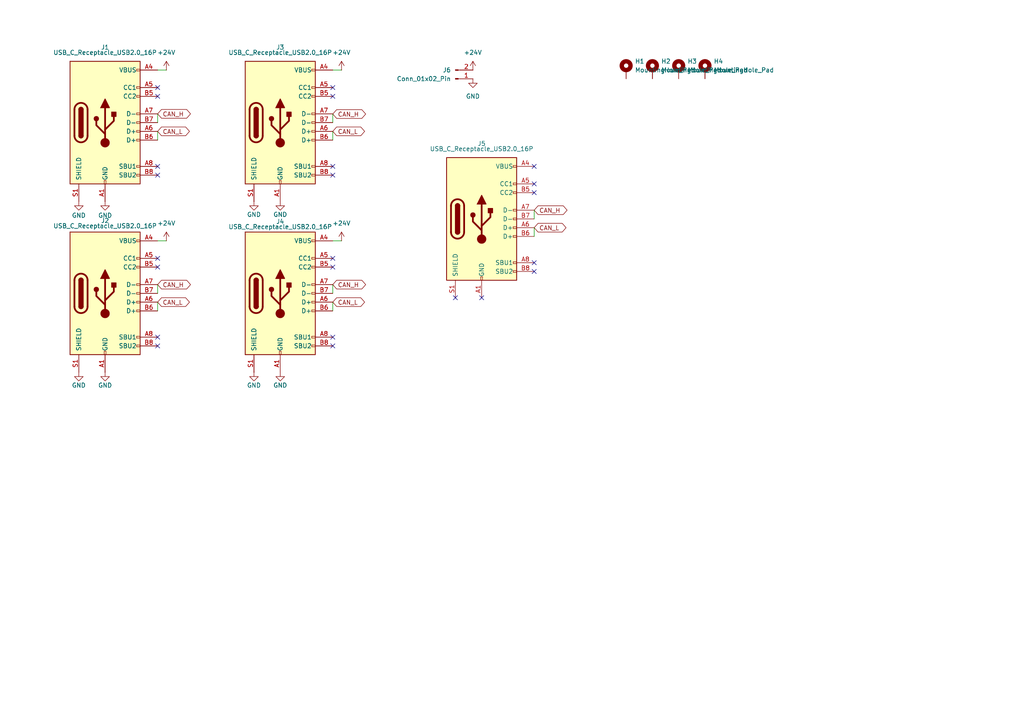
<source format=kicad_sch>
(kicad_sch (version 20250114) (generator "eeschema") (generator_version "9.0")
  (paper "A4")
  (lib_symbols
    (symbol "Connector:Conn_01x02_Pin" (pin_names (offset 1.016) (hide yes))
      (property "Reference" "J" (at 0 2.54 0))
      (property "Value" "Conn_01x02_Pin" (at 0 -5.08 0))
      (symbol "Conn_01x02_Pin_1_1"
        (rectangle (start 0.8636 0.127) (end 0 -0.127) (stroke (width 0.1524)) (fill (type outline)))
        (rectangle (start 0.8636 -2.413) (end 0 -2.667) (stroke (width 0.1524)) (fill (type outline)))
        (polyline (pts (xy 1.27 0) (xy 0.8636 0)) (stroke (width 0.1524)))
        (polyline (pts (xy 1.27 -2.54) (xy 0.8636 -2.54)) (stroke (width 0.1524)))
        (pin passive line (at 5.08 0 180) (length 3.81) (name "Pin_1") (number "1"))
        (pin passive line (at 5.08 -2.54 180) (length 3.81) (name "Pin_2") (number "2"))
      )
    )
    (symbol "Connector:USB_C_Receptacle_USB2.0_16P" (pin_names (offset 1.016))
      (property "Reference" "J" (at 0 22.225 0))
      (property "Value" "USB_C_Receptacle_USB2.0_16P" (at 0 19.685 0))
      (symbol "USB_C_Receptacle_USB2.0_16P_0_0"
        (rectangle (start -0.254 -17.78) (end 0.254 -16.764))
        (rectangle (start 10.16 15.494) (end 9.144 14.986))
        (rectangle (start 10.16 10.414) (end 9.144 9.906))
        (rectangle (start 10.16 7.874) (end 9.144 7.366))
        (rectangle (start 10.16 2.794) (end 9.144 2.286))
        (rectangle (start 10.16 0.254) (end 9.144 -0.254))
        (rectangle (start 10.16 -2.286) (end 9.144 -2.794))
        (rectangle (start 10.16 -4.826) (end 9.144 -5.334))
        (rectangle (start 10.16 -12.446) (end 9.144 -12.954))
        (rectangle (start 10.16 -14.986) (end 9.144 -15.494))
      )
      (symbol "USB_C_Receptacle_USB2.0_16P_0_1"
        (rectangle (start -10.16 17.78) (end 10.16 -17.78) (stroke (width 0.254)) (fill (type background)))
        (polyline (pts (xy -8.89 -3.81) (xy -8.89 3.81)) (stroke (width 0.508)))
        (rectangle (start -7.62 -3.81) (end -6.35 3.81) (stroke (width 0.254)) (fill (type outline)))
        (arc (start -7.62 3.81) (mid -6.985 4.4423) (end -6.35 3.81) (stroke (width 0.254)))
        (arc (start -7.62 3.81) (mid -6.985 4.4423) (end -6.35 3.81) (stroke (width 0.254)) (fill (type outline)))
        (arc (start -8.89 3.81) (mid -6.985 5.7067) (end -5.08 3.81) (stroke (width 0.508)))
        (arc (start -5.08 -3.81) (mid -6.985 -5.7067) (end -8.89 -3.81) (stroke (width 0.508)))
        (arc (start -6.35 -3.81) (mid -6.985 -4.4423) (end -7.62 -3.81) (stroke (width 0.254)))
        (arc (start -6.35 -3.81) (mid -6.985 -4.4423) (end -7.62 -3.81) (stroke (width 0.254)) (fill (type outline)))
        (polyline (pts (xy -5.08 3.81) (xy -5.08 -3.81)) (stroke (width 0.508)))
        (circle (center -2.54 1.143) (radius 0.635) (stroke (width 0.254)) (fill (type outline)))
        (polyline (pts (xy -1.27 4.318) (xy 0 6.858) (xy 1.27 4.318) (xy -1.27 4.318)) (stroke (width 0.254)) (fill (type outline)))
        (polyline (pts (xy 0 -2.032) (xy 2.54 0.508) (xy 2.54 1.778)) (stroke (width 0.508)))
        (polyline (pts (xy 0 -3.302) (xy -2.54 -0.762) (xy -2.54 0.508)) (stroke (width 0.508)))
        (polyline (pts (xy 0 -5.842) (xy 0 4.318)) (stroke (width 0.508)))
        (circle (center 0 -5.842) (radius 1.27) (fill (type outline)))
        (rectangle (start 1.905 1.778) (end 3.175 3.048) (stroke (width 0.254)) (fill (type outline)))
      )
      (symbol "USB_C_Receptacle_USB2.0_16P_1_1"
        (pin passive line (at -7.62 -22.86 90) (length 5.08) (name "SHIELD") (number "S1"))
        (pin passive line (at 0 -22.86 90) (length 5.08) (name "GND") (number "A1"))
        (pin passive line (at 0 -22.86 90) (length 5.08) (hide yes) (name "GND") (number "A12"))
        (pin passive line (at 0 -22.86 90) (length 5.08) (hide yes) (name "GND") (number "B1"))
        (pin passive line (at 0 -22.86 90) (length 5.08) (hide yes) (name "GND") (number "B12"))
        (pin passive line (at 15.24 15.24 180) (length 5.08) (name "VBUS") (number "A4"))
        (pin passive line (at 15.24 15.24 180) (length 5.08) (hide yes) (name "VBUS") (number "A9"))
        (pin passive line (at 15.24 15.24 180) (length 5.08) (hide yes) (name "VBUS") (number "B4"))
        (pin passive line (at 15.24 15.24 180) (length 5.08) (hide yes) (name "VBUS") (number "B9"))
        (pin bidirectional line (at 15.24 10.16 180) (length 5.08) (name "CC1") (number "A5"))
        (pin bidirectional line (at 15.24 7.62 180) (length 5.08) (name "CC2") (number "B5"))
        (pin bidirectional line (at 15.24 2.54 180) (length 5.08) (name "D-") (number "A7"))
        (pin bidirectional line (at 15.24 0 180) (length 5.08) (name "D-") (number "B7"))
        (pin bidirectional line (at 15.24 -2.54 180) (length 5.08) (name "D+") (number "A6"))
        (pin bidirectional line (at 15.24 -5.08 180) (length 5.08) (name "D+") (number "B6"))
        (pin bidirectional line (at 15.24 -12.7 180) (length 5.08) (name "SBU1") (number "A8"))
        (pin bidirectional line (at 15.24 -15.24 180) (length 5.08) (name "SBU2") (number "B8"))
      )
    )
    (symbol "Mechanical:MountingHole_Pad" (pin_numbers (hide yes)) (pin_names (offset 1.016) (hide yes)) (exclude_from_sim yes) (in_bom no)
      (property "Reference" "H" (at 0 6.35 0))
      (property "Value" "MountingHole_Pad" (at 0 4.445 0))
      (symbol "MountingHole_Pad_0_1"
        (circle (center 0 1.27) (radius 1.27) (stroke (width 1.27)))
      )
      (symbol "MountingHole_Pad_1_1"
        (pin input line (at 0 -2.54 90) (length 2.54) (name "1") (number "1"))
      )
    )
    (symbol "power:+24V" (power) (pin_numbers (hide yes)) (pin_names (offset 0) (hide yes))
      (property "Value" "+24V" (at 0 3.556 0))
      (symbol "+24V_0_1"
        (polyline (pts (xy -0.762 1.27) (xy 0 2.54)))
        (polyline (pts (xy 0 2.54) (xy 0.762 1.27)))
        (polyline (pts (xy 0 0) (xy 0 2.54)))
      )
      (symbol "+24V_1_1"
        (pin power_in line (at 0 0 90) (length 0) (name "~") (number "1"))
      )
    )
    (symbol "power:GND" (power) (pin_numbers (hide yes)) (pin_names (offset 0) (hide yes))
      (property "Value" "GND" (at 0 -3.81 0))
      (symbol "GND_0_1"
        (polyline (pts (xy 0 0) (xy 0 -1.27) (xy 1.27 -1.27) (xy 0 -2.54) (xy -1.27 -1.27) (xy 0 -1.27)))
      )
      (symbol "GND_1_1"
        (pin power_in line (at 0 0 270) (length 0) (name "~") (number "1"))
      )
    )
  )
  (no_connect (at 45.72 50.8))
  (no_connect (at 154.94 78.74))
  (no_connect (at 45.72 77.47))
  (no_connect (at 154.94 53.34))
  (no_connect (at 96.52 100.33))
  (no_connect (at 96.52 74.93))
  (no_connect (at 96.52 25.4))
  (no_connect (at 96.52 97.79))
  (no_connect (at 45.72 48.26))
  (no_connect (at 132.08 86.36))
  (no_connect (at 45.72 97.79))
  (no_connect (at 154.94 48.26))
  (no_connect (at 45.72 74.93))
  (no_connect (at 96.52 77.47))
  (no_connect (at 45.72 25.4))
  (no_connect (at 154.94 55.88))
  (no_connect (at 45.72 27.94))
  (no_connect (at 45.72 100.33))
  (no_connect (at 96.52 48.26))
  (no_connect (at 96.52 50.8))
  (no_connect (at 139.7 86.36))
  (no_connect (at 154.94 76.2))
  (no_connect (at 96.52 27.94))
  (wire (pts (xy 45.72 87.63) (xy 45.72 90.17)))
  (wire (pts (xy 48.26 20.32) (xy 45.72 20.32)))
  (wire (pts (xy 154.94 60.96) (xy 154.94 63.5)))
  (wire (pts (xy 96.52 38.1) (xy 96.52 40.64)))
  (wire (pts (xy 48.26 69.85) (xy 45.72 69.85)))
  (wire (pts (xy 45.72 33.02) (xy 45.72 35.56)))
  (wire (pts (xy 96.52 87.63) (xy 96.52 90.17)))
  (wire (pts (xy 96.52 33.02) (xy 96.52 35.56)))
  (wire (pts (xy 99.06 69.85) (xy 96.52 69.85)))
  (wire (pts (xy 45.72 38.1) (xy 45.72 40.64)))
  (wire (pts (xy 96.52 82.55) (xy 96.52 85.09)))
  (wire (pts (xy 154.94 66.04) (xy 154.94 68.58)))
  (wire (pts (xy 45.72 82.55) (xy 45.72 85.09)))
  (wire (pts (xy 99.06 20.32) (xy 96.52 20.32)))
  (global_label "CAN_L" (shape bidirectional) (at 154.94 66.04 0) (property "Intersheetrefs" "${INTERSHEET_REFS}" (effects (hide yes))))
  (global_label "CAN_H" (shape bidirectional) (at 96.52 33.0762 0) (property "Intersheetrefs" "${INTERSHEET_REFS}" (effects (hide yes))))
  (global_label "CAN_H" (shape bidirectional) (at 154.94 60.96 0) (property "Intersheetrefs" "${INTERSHEET_REFS}" (effects (hide yes))))
  (global_label "CAN_L" (shape bidirectional) (at 96.52 38.1 0) (property "Intersheetrefs" "${INTERSHEET_REFS}" (effects (hide yes))))
  (global_label "CAN_L" (shape bidirectional) (at 45.72 87.63 0) (property "Intersheetrefs" "${INTERSHEET_REFS}" (effects (hide yes))))
  (global_label "CAN_L" (shape bidirectional) (at 96.52 87.63 0) (property "Intersheetrefs" "${INTERSHEET_REFS}" (effects (hide yes))))
  (global_label "CAN_H" (shape bidirectional) (at 45.72 82.55 0) (property "Intersheetrefs" "${INTERSHEET_REFS}" (effects (hide yes))))
  (global_label "CAN_H" (shape bidirectional) (at 96.52 82.55 0) (property "Intersheetrefs" "${INTERSHEET_REFS}" (effects (hide yes))))
  (global_label "CAN_H" (shape bidirectional) (at 45.72 33.02 0) (property "Intersheetrefs" "${INTERSHEET_REFS}" (effects (hide yes))))
  (global_label "CAN_L" (shape bidirectional) (at 45.72 38.1 0) (property "Intersheetrefs" "${INTERSHEET_REFS}" (effects (hide yes))))
  (symbol (lib_id "Connector:USB_C_Receptacle_USB2.0_16P") (at 139.7 63.5 0) (unit 1)
    (property "Reference" "J5" (at 139.7 41.656 0))
    (property "Value" "USB_C_Receptacle_USB2.0_16P" (at 139.7 43.18 0))
    (property "Footprint" "my_parts:GCT_USB4085-GF-A_REVB" (effects (hide yes)))
    (property "Datasheet" "https://www.usb.org/sites/default/files/documents/usb_type-c.zip" (effects (hide yes)))
    (property "Description" "USB 2.0-only 16P Type-C Receptacle connector" (effects (hide yes)))
  )
  (symbol (lib_id "Connector:USB_C_Receptacle_USB2.0_16P") (at 81.28 35.56 0) (unit 1)
    (property "Reference" "J3" (at 81.28 13.716 0))
    (property "Value" "USB_C_Receptacle_USB2.0_16P" (at 81.28 15.24 0))
    (property "Footprint" "my_parts:GCT_USB4085-GF-A_REVB" (effects (hide yes)))
    (property "Datasheet" "https://www.usb.org/sites/default/files/documents/usb_type-c.zip" (effects (hide yes)))
    (property "Description" "USB 2.0-only 16P Type-C Receptacle connector" (effects (hide yes)))
  )
  (symbol (lib_id "power:+24V") (at 48.26 69.85 0) (unit 1)
    (property "Reference" "#PWR014" (effects (hide yes)))
    (property "Value" "+24V" (at 48.26 64.77 0))
    (property "Description" "Power symbol creates a global label with name \"+24V\"" (effects (hide yes)))
  )
  (symbol (lib_id "Mechanical:MountingHole_Pad") (at 196.85 20.32 0) (unit 1) (exclude_from_sim yes) (in_bom no)
    (property "Reference" "H3" (at 199.39 17.7799 0) (effects (justify left)))
    (property "Value" "MountingHole_Pad" (at 199.39 20.3199 0) (effects (justify left)))
    (property "Footprint" "MountingHole:MountingHole_3.2mm_M3_Pad_Via" (effects (hide yes)))
    (property "Description" "Mounting Hole with connection" (effects (hide yes)))
  )
  (symbol (lib_id "power:+24V") (at 99.06 69.85 0) (unit 1)
    (property "Reference" "#PWR013" (effects (hide yes)))
    (property "Value" "+24V" (at 99.06 64.77 0))
    (property "Description" "Power symbol creates a global label with name \"+24V\"" (effects (hide yes)))
  )
  (symbol (lib_id "power:GND") (at 137.16 22.86 0) (unit 1)
    (property "Reference" "#PWR010" (effects (hide yes)))
    (property "Value" "GND" (at 137.16 27.94 0))
    (property "Description" "Power symbol creates a global label with name \"GND\" , ground" (effects (hide yes)))
  )
  (symbol (lib_id "power:GND") (at 81.28 107.95 0) (unit 1)
    (property "Reference" "#PWR06" (effects (hide yes)))
    (property "Value" "GND" (at 81.28 111.76 0))
    (property "Description" "Power symbol creates a global label with name \"GND\" , ground" (effects (hide yes)))
  )
  (symbol (lib_id "power:GND") (at 73.66 107.95 0) (unit 1)
    (property "Reference" "#PWR05" (effects (hide yes)))
    (property "Value" "GND" (at 73.66 111.76 0))
    (property "Description" "Power symbol creates a global label with name \"GND\" , ground" (effects (hide yes)))
  )
  (symbol (lib_id "power:GND") (at 30.48 107.95 0) (unit 1)
    (property "Reference" "#PWR01" (effects (hide yes)))
    (property "Value" "GND" (at 30.48 111.76 0))
    (property "Description" "Power symbol creates a global label with name \"GND\" , ground" (effects (hide yes)))
  )
  (symbol (lib_id "power:+24V") (at 48.26 20.32 0) (unit 1)
    (property "Reference" "#PWR012" (effects (hide yes)))
    (property "Value" "+24V" (at 48.26 15.24 0))
    (property "Description" "Power symbol creates a global label with name \"+24V\"" (effects (hide yes)))
  )
  (symbol (lib_id "Connector:USB_C_Receptacle_USB2.0_16P") (at 30.48 35.56 0) (unit 1)
    (property "Reference" "J1" (at 30.48 13.716 0))
    (property "Value" "USB_C_Receptacle_USB2.0_16P" (at 30.48 15.24 0))
    (property "Footprint" "my_parts:GCT_USB4085-GF-A_REVB" (effects (hide yes)))
    (property "Datasheet" "https://www.usb.org/sites/default/files/documents/usb_type-c.zip" (effects (hide yes)))
    (property "Description" "USB 2.0-only 16P Type-C Receptacle connector" (effects (hide yes)))
  )
  (symbol (lib_id "power:GND") (at 30.48 58.42 0) (unit 1)
    (property "Reference" "#PWR03" (effects (hide yes)))
    (property "Value" "GND" (at 30.48 62.484 0))
    (property "Description" "Power symbol creates a global label with name \"GND\" , ground" (effects (hide yes)))
  )
  (symbol (lib_id "Connector:USB_C_Receptacle_USB2.0_16P") (at 30.48 85.09 0) (unit 1)
    (property "Reference" "J2" (at 30.48 64.008 0))
    (property "Value" "USB_C_Receptacle_USB2.0_16P" (at 30.48 65.532 0))
    (property "Footprint" "my_parts:GCT_USB4085-GF-A_REVB" (effects (hide yes)))
    (property "Datasheet" "https://www.usb.org/sites/default/files/documents/usb_type-c.zip" (effects (hide yes)))
    (property "Description" "USB 2.0-only 16P Type-C Receptacle connector" (effects (hide yes)))
  )
  (symbol (lib_id "Mechanical:MountingHole_Pad") (at 181.61 20.32 0) (unit 1) (exclude_from_sim yes) (in_bom no)
    (property "Reference" "H1" (at 184.15 17.7799 0) (effects (justify left)))
    (property "Value" "MountingHole_Pad" (at 184.15 20.3199 0) (effects (justify left)))
    (property "Footprint" "MountingHole:MountingHole_3.2mm_M3_Pad_Via" (effects (hide yes)))
    (property "Description" "Mounting Hole with connection" (effects (hide yes)))
  )
  (symbol (lib_id "power:GND") (at 73.66 58.42 0) (unit 1)
    (property "Reference" "#PWR07" (effects (hide yes)))
    (property "Value" "GND" (at 73.66 62.23 0))
    (property "Description" "Power symbol creates a global label with name \"GND\" , ground" (effects (hide yes)))
  )
  (symbol (lib_id "Connector:USB_C_Receptacle_USB2.0_16P") (at 81.28 85.09 0) (unit 1)
    (property "Reference" "J4" (at 81.28 64.262 0))
    (property "Value" "USB_C_Receptacle_USB2.0_16P" (at 81.28 65.786 0))
    (property "Footprint" "my_parts:GCT_USB4085-GF-A_REVB" (effects (hide yes)))
    (property "Datasheet" "https://www.usb.org/sites/default/files/documents/usb_type-c.zip" (effects (hide yes)))
    (property "Description" "USB 2.0-only 16P Type-C Receptacle connector" (effects (hide yes)))
  )
  (symbol (lib_id "power:GND") (at 81.28 58.42 0) (unit 1)
    (property "Reference" "#PWR08" (effects (hide yes)))
    (property "Value" "GND" (at 81.28 62.23 0))
    (property "Description" "Power symbol creates a global label with name \"GND\" , ground" (effects (hide yes)))
  )
  (symbol (lib_id "Mechanical:MountingHole_Pad") (at 189.23 20.32 0) (unit 1) (exclude_from_sim yes) (in_bom no)
    (property "Reference" "H2" (at 191.77 17.7799 0) (effects (justify left)))
    (property "Value" "MountingHole_Pad" (at 191.77 20.3199 0) (effects (justify left)))
    (property "Footprint" "MountingHole:MountingHole_3.2mm_M3_Pad_Via" (effects (hide yes)))
    (property "Description" "Mounting Hole with connection" (effects (hide yes)))
  )
  (symbol (lib_id "power:+24V") (at 137.16 20.32 0) (unit 1)
    (property "Reference" "#PWR09" (effects (hide yes)))
    (property "Value" "+24V" (at 137.16 15.24 0))
    (property "Description" "Power symbol creates a global label with name \"+24V\"" (effects (hide yes)))
  )
  (symbol (lib_id "power:+24V") (at 99.06 20.32 0) (unit 1)
    (property "Reference" "#PWR011" (effects (hide yes)))
    (property "Value" "+24V" (at 99.06 15.24 0))
    (property "Description" "Power symbol creates a global label with name \"+24V\"" (effects (hide yes)))
  )
  (symbol (lib_id "power:GND") (at 22.86 58.42 0) (unit 1)
    (property "Reference" "#PWR02" (effects (hide yes)))
    (property "Value" "GND" (at 22.86 62.484 0))
    (property "Description" "Power symbol creates a global label with name \"GND\" , ground" (effects (hide yes)))
  )
  (symbol (lib_id "Connector:Conn_01x02_Pin") (at 132.08 22.86 0) (mirror x) (unit 1)
    (property "Reference" "J6" (at 130.81 20.3199 0) (effects (justify right)))
    (property "Value" "Conn_01x02_Pin" (at 130.81 22.8599 0) (effects (justify right)))
    (property "Footprint" "Connector_AMASS:AMASS_XT60PW-M_1x02_P7.20mm_Horizontal" (effects (hide yes)))
    (property "Description" "Generic connector, single row, 01x02, script generated" (effects (hide yes)))
  )
  (symbol (lib_id "power:GND") (at 22.86 107.95 0) (unit 1)
    (property "Reference" "#PWR04" (effects (hide yes)))
    (property "Value" "GND" (at 22.86 111.76 0))
    (property "Description" "Power symbol creates a global label with name \"GND\" , ground" (effects (hide yes)))
  )
  (symbol (lib_id "Mechanical:MountingHole_Pad") (at 204.47 20.32 0) (unit 1) (exclude_from_sim yes) (in_bom no)
    (property "Reference" "H4" (at 207.01 17.7799 0) (effects (justify left)))
    (property "Value" "MountingHole_Pad" (at 207.01 20.3199 0) (effects (justify left)))
    (property "Footprint" "MountingHole:MountingHole_3.2mm_M3_Pad_Via" (effects (hide yes)))
    (property "Description" "Mounting Hole with connection" (effects (hide yes)))
  )
)
</source>
